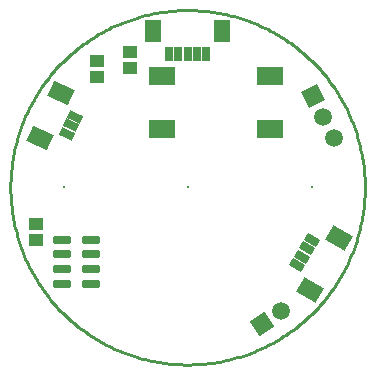
<source format=gts>
G04*
G04 #@! TF.GenerationSoftware,Altium Limited,Altium Designer,22.0.2 (36)*
G04*
G04 Layer_Color=8388736*
%FSLAX25Y25*%
%MOIN*%
G70*
G04*
G04 #@! TF.SameCoordinates,88A3576D-DDBD-4DCA-BD86-A28AD9FD0996*
G04*
G04*
G04 #@! TF.FilePolarity,Negative*
G04*
G01*
G75*
%ADD13C,0.01000*%
G04:AMPARAMS|DCode=14|XSize=59.58mil|YSize=28.87mil|CornerRadius=9.22mil|HoleSize=0mil|Usage=FLASHONLY|Rotation=0.000|XOffset=0mil|YOffset=0mil|HoleType=Round|Shape=RoundedRectangle|*
%AMROUNDEDRECTD14*
21,1,0.05958,0.01043,0,0,0.0*
21,1,0.04114,0.02887,0,0,0.0*
1,1,0.01843,0.02057,-0.00522*
1,1,0.01843,-0.02057,-0.00522*
1,1,0.01843,-0.02057,0.00522*
1,1,0.01843,0.02057,0.00522*
%
%ADD14ROUNDEDRECTD14*%
%ADD15R,0.04737X0.04343*%
G04:AMPARAMS|DCode=16|XSize=55.24mil|YSize=74.93mil|CornerRadius=0mil|HoleSize=0mil|Usage=FLASHONLY|Rotation=65.000|XOffset=0mil|YOffset=0mil|HoleType=Round|Shape=Rectangle|*
%AMROTATEDRECTD16*
4,1,4,0.02228,-0.04087,-0.04563,-0.00920,-0.02228,0.04087,0.04563,0.00920,0.02228,-0.04087,0.0*
%
%ADD16ROTATEDRECTD16*%

G04:AMPARAMS|DCode=17|XSize=27.69mil|YSize=47.37mil|CornerRadius=0mil|HoleSize=0mil|Usage=FLASHONLY|Rotation=245.000|XOffset=0mil|YOffset=0mil|HoleType=Round|Shape=Rectangle|*
%AMROTATEDRECTD17*
4,1,4,-0.01562,0.02256,0.02732,0.00254,0.01562,-0.02256,-0.02732,-0.00254,-0.01562,0.02256,0.0*
%
%ADD17ROTATEDRECTD17*%

G04:AMPARAMS|DCode=18|XSize=27.69mil|YSize=47.37mil|CornerRadius=0mil|HoleSize=0mil|Usage=FLASHONLY|Rotation=60.000|XOffset=0mil|YOffset=0mil|HoleType=Round|Shape=Rectangle|*
%AMROTATEDRECTD18*
4,1,4,0.01359,-0.02383,-0.02743,-0.00015,-0.01359,0.02383,0.02743,0.00015,0.01359,-0.02383,0.0*
%
%ADD18ROTATEDRECTD18*%

G04:AMPARAMS|DCode=19|XSize=55.24mil|YSize=74.93mil|CornerRadius=0mil|HoleSize=0mil|Usage=FLASHONLY|Rotation=60.000|XOffset=0mil|YOffset=0mil|HoleType=Round|Shape=Rectangle|*
%AMROTATEDRECTD19*
4,1,4,0.01863,-0.04265,-0.04626,-0.00519,-0.01863,0.04265,0.04626,0.00519,0.01863,-0.04265,0.0*
%
%ADD19ROTATEDRECTD19*%

%ADD20R,0.02769X0.04737*%
%ADD21R,0.05524X0.07493*%
%ADD22R,0.09068X0.06312*%
%ADD23R,0.04540X0.04147*%
%ADD24C,0.05918*%
%ADD25P,0.08369X4X78.0*%
%ADD26P,0.08369X4X342.0*%
%ADD27C,0.00800*%
D13*
X59055Y0D02*
X59047Y1000D01*
X59021Y2000D01*
X58979Y2999D01*
X58920Y3997D01*
X58843Y4995D01*
X58750Y5991D01*
X58641Y6985D01*
X58514Y7977D01*
X58371Y8967D01*
X58210Y9954D01*
X58033Y10938D01*
X57840Y11919D01*
X57630Y12897D01*
X57403Y13871D01*
X57160Y14841D01*
X56900Y15807D01*
X56624Y16769D01*
X56332Y17725D01*
X56024Y18677D01*
X55700Y19623D01*
X55359Y20563D01*
X55003Y21498D01*
X54631Y22426D01*
X54244Y23348D01*
X53841Y24263D01*
X53422Y25172D01*
X52988Y26073D01*
X52539Y26966D01*
X52075Y27852D01*
X51595Y28730D01*
X51101Y29600D01*
X50593Y30461D01*
X50070Y31313D01*
X49532Y32157D01*
X48981Y32991D01*
X48415Y33816D01*
X47835Y34631D01*
X47242Y35436D01*
X46635Y36231D01*
X46015Y37015D01*
X45381Y37789D01*
X44735Y38552D01*
X44076Y39305D01*
X43404Y40045D01*
X42719Y40775D01*
X42023Y41492D01*
X41314Y42198D01*
X40593Y42892D01*
X39861Y43573D01*
X39118Y44242D01*
X38363Y44898D01*
X37597Y45541D01*
X36820Y46171D01*
X36033Y46788D01*
X35236Y47392D01*
X34428Y47982D01*
X33610Y48558D01*
X32783Y49120D01*
X31947Y49668D01*
X31101Y50202D01*
X30246Y50721D01*
X29383Y51226D01*
X28511Y51717D01*
X27631Y52192D01*
X26744Y52653D01*
X25848Y53098D01*
X24945Y53528D01*
X24035Y53943D01*
X23118Y54342D01*
X22195Y54726D01*
X21264Y55094D01*
X20328Y55446D01*
X19387Y55782D01*
X18439Y56103D01*
X17486Y56407D01*
X16529Y56695D01*
X15566Y56967D01*
X14599Y57222D01*
X13628Y57461D01*
X12653Y57684D01*
X11674Y57890D01*
X10692Y58079D01*
X9707Y58252D01*
X8719Y58408D01*
X7729Y58547D01*
X6736Y58670D01*
X5742Y58775D01*
X4746Y58864D01*
X3748Y58936D01*
X2749Y58991D01*
X1750Y59029D01*
X750Y59050D01*
X-250Y59055D01*
X-1250Y59042D01*
X-2250Y59012D01*
X-3249Y58966D01*
X-4247Y58902D01*
X-5244Y58822D01*
X-6239Y58725D01*
X-7233Y58610D01*
X-8224Y58480D01*
X-9214Y58332D01*
X-10200Y58167D01*
X-11184Y57986D01*
X-12164Y57789D01*
X-13141Y57574D01*
X-14114Y57344D01*
X-15083Y57096D01*
X-16048Y56833D01*
X-17008Y56553D01*
X-17964Y56257D01*
X-18914Y55944D01*
X-19858Y55616D01*
X-20797Y55272D01*
X-21731Y54912D01*
X-22657Y54536D01*
X-23578Y54144D01*
X-24491Y53737D01*
X-25398Y53315D01*
X-26297Y52877D01*
X-27189Y52424D01*
X-28073Y51956D01*
X-28948Y51473D01*
X-29816Y50976D01*
X-30675Y50463D01*
X-31525Y49937D01*
X-32366Y49396D01*
X-33198Y48840D01*
X-34021Y48271D01*
X-34833Y47688D01*
X-35636Y47091D01*
X-36428Y46481D01*
X-37210Y45858D01*
X-37981Y45221D01*
X-38742Y44571D01*
X-39491Y43909D01*
X-40229Y43234D01*
X-40955Y42546D01*
X-41670Y41846D01*
X-42373Y41135D01*
X-43063Y40411D01*
X-43741Y39676D01*
X-44407Y38930D01*
X-45060Y38172D01*
X-45700Y37404D01*
X-46327Y36624D01*
X-46940Y35835D01*
X-47541Y35034D01*
X-48127Y34224D01*
X-48700Y33404D01*
X-49258Y32575D01*
X-49803Y31736D01*
X-50333Y30888D01*
X-50849Y30031D01*
X-51350Y29166D01*
X-51837Y28292D01*
X-52309Y27410D01*
X-52765Y26520D01*
X-53207Y25623D01*
X-53633Y24718D01*
X-54044Y23806D01*
X-54440Y22888D01*
X-54819Y21962D01*
X-55183Y21031D01*
X-55532Y20093D01*
X-55864Y19150D01*
X-56180Y18201D01*
X-56480Y17247D01*
X-56764Y16288D01*
X-57032Y15325D01*
X-57284Y14357D01*
X-57518Y13384D01*
X-57737Y12408D01*
X-57939Y11429D01*
X-58124Y10446D01*
X-58293Y9460D01*
X-58444Y8472D01*
X-58579Y7481D01*
X-58698Y6488D01*
X-58799Y5493D01*
X-58884Y4496D01*
X-58951Y3498D01*
X-59002Y2499D01*
X-59036Y1500D01*
X-59053Y500D01*
X-59053Y-500D01*
X-59036Y-1500D01*
X-59002Y-2500D01*
X-58951Y-3499D01*
X-58884Y-4497D01*
X-58799Y-5493D01*
X-58698Y-6488D01*
X-58579Y-7481D01*
X-58444Y-8472D01*
X-58292Y-9461D01*
X-58124Y-10447D01*
X-57938Y-11429D01*
X-57737Y-12409D01*
X-57518Y-13385D01*
X-57283Y-14357D01*
X-57032Y-15325D01*
X-56764Y-16289D01*
X-56480Y-17248D01*
X-56180Y-18202D01*
X-55864Y-19151D01*
X-55532Y-20094D01*
X-55183Y-21031D01*
X-54819Y-21963D01*
X-54439Y-22888D01*
X-54044Y-23807D01*
X-53633Y-24719D01*
X-53207Y-25623D01*
X-52765Y-26521D01*
X-52308Y-27411D01*
X-51837Y-28292D01*
X-51350Y-29166D01*
X-50849Y-30032D01*
X-50333Y-30889D01*
X-49803Y-31736D01*
X-49258Y-32575D01*
X-48699Y-33405D01*
X-48127Y-34225D01*
X-47540Y-35035D01*
X-46940Y-35835D01*
X-46326Y-36625D01*
X-45700Y-37404D01*
X-45059Y-38173D01*
X-44407Y-38930D01*
X-43741Y-39677D01*
X-43063Y-40412D01*
X-42372Y-41135D01*
X-41669Y-41847D01*
X-40955Y-42546D01*
X-40229Y-43234D01*
X-39491Y-43909D01*
X-38741Y-44572D01*
X-37981Y-45221D01*
X-37210Y-45858D01*
X-36428Y-46481D01*
X-35635Y-47092D01*
X-34833Y-47688D01*
X-34020Y-48272D01*
X-33198Y-48841D01*
X-32366Y-49396D01*
X-31525Y-49937D01*
X-30674Y-50464D01*
X-29816Y-50976D01*
X-28948Y-51473D01*
X-28072Y-51956D01*
X-27188Y-52424D01*
X-26296Y-52877D01*
X-25397Y-53315D01*
X-24491Y-53737D01*
X-23577Y-54145D01*
X-22657Y-54536D01*
X-21730Y-54912D01*
X-20797Y-55272D01*
X-19858Y-55616D01*
X-18913Y-55945D01*
X-17963Y-56257D01*
X-17008Y-56553D01*
X-16048Y-56833D01*
X-15083Y-57097D01*
X-14114Y-57344D01*
X-13141Y-57575D01*
X-12164Y-57789D01*
X-11183Y-57986D01*
X-10200Y-58168D01*
X-9213Y-58332D01*
X-8224Y-58480D01*
X-7232Y-58611D01*
X-6239Y-58725D01*
X-5244Y-58822D01*
X-4247Y-58902D01*
X-3249Y-58966D01*
X-2249Y-59012D01*
X-1250Y-59042D01*
X-250Y-59055D01*
X750Y-59050D01*
X1750Y-59029D01*
X2750Y-58991D01*
X3748Y-58936D01*
X4746Y-58864D01*
X5742Y-58775D01*
X6736Y-58670D01*
X7729Y-58547D01*
X8719Y-58408D01*
X9707Y-58252D01*
X10692Y-58079D01*
X11674Y-57890D01*
X12653Y-57684D01*
X13628Y-57461D01*
X14599Y-57222D01*
X15566Y-56967D01*
X16529Y-56695D01*
X17486Y-56407D01*
X18439Y-56103D01*
X19387Y-55782D01*
X20328Y-55446D01*
X21264Y-55094D01*
X22195Y-54726D01*
X23118Y-54342D01*
X24035Y-53943D01*
X24945Y-53528D01*
X25848Y-53098D01*
X26744Y-52653D01*
X27631Y-52192D01*
X28511Y-51717D01*
X29383Y-51227D01*
X30246Y-50722D01*
X31101Y-50202D01*
X31947Y-49668D01*
X32783Y-49120D01*
X33610Y-48558D01*
X34428Y-47982D01*
X35235Y-47392D01*
X36033Y-46788D01*
X36820Y-46171D01*
X37597Y-45541D01*
X38363Y-44898D01*
X39117Y-44242D01*
X39861Y-43573D01*
X40593Y-42892D01*
X41314Y-42198D01*
X42022Y-41493D01*
X42719Y-40775D01*
X43403Y-40046D01*
X44075Y-39305D01*
X44735Y-38553D01*
X45381Y-37790D01*
X46014Y-37016D01*
X46635Y-36231D01*
X47242Y-35436D01*
X47835Y-34631D01*
X48415Y-33816D01*
X48980Y-32991D01*
X49532Y-32157D01*
X50069Y-31314D01*
X50593Y-30461D01*
X51101Y-29600D01*
X51595Y-28731D01*
X52074Y-27853D01*
X52539Y-26967D01*
X52988Y-26073D01*
X53422Y-25172D01*
X53840Y-24264D01*
X54243Y-23349D01*
X54631Y-22427D01*
X55003Y-21498D01*
X55359Y-20564D01*
X55699Y-19623D01*
X56024Y-18677D01*
X56332Y-17726D01*
X56624Y-16769D01*
X56900Y-15808D01*
X57160Y-14842D01*
X57403Y-13872D01*
X57629Y-12898D01*
X57840Y-11920D01*
X58033Y-10939D01*
X58210Y-9955D01*
X58370Y-8967D01*
X58514Y-7978D01*
X58640Y-6986D01*
X58750Y-5991D01*
X58843Y-4996D01*
X58920Y-3999D01*
X58979Y-3000D01*
X59021Y-2001D01*
X59047Y-1001D01*
X59055Y-1D01*
Y0D01*
D14*
X-32283Y-22343D02*
D03*
Y-27264D02*
D03*
Y-32185D02*
D03*
X-41732D02*
D03*
Y-27264D02*
D03*
Y-22343D02*
D03*
X-32283Y-17421D02*
D03*
X-41732D02*
D03*
D15*
X-50394Y-17618D02*
D03*
Y-12303D02*
D03*
X-30315Y42028D02*
D03*
Y36713D02*
D03*
D16*
X-42196Y31505D02*
D03*
X-49185Y16519D02*
D03*
D17*
X-38733Y20767D02*
D03*
X-40064Y17913D02*
D03*
X-37402Y23622D02*
D03*
D18*
X36614Y-25785D02*
D03*
X38189Y-23057D02*
D03*
X41339Y-17602D02*
D03*
X39764Y-20329D02*
D03*
D19*
X50546Y-17008D02*
D03*
X40704Y-34056D02*
D03*
D20*
X6299Y44488D02*
D03*
X-3150Y44488D02*
D03*
X-6299Y44488D02*
D03*
X0Y44488D02*
D03*
X3150Y44488D02*
D03*
D21*
X11417Y52165D02*
D03*
X-11417Y52165D02*
D03*
D22*
X-8465Y37205D02*
D03*
X27362D02*
D03*
Y19488D02*
D03*
X-8465D02*
D03*
D23*
X-19291Y45079D02*
D03*
Y39961D02*
D03*
D24*
X31255Y-41163D02*
D03*
X45276Y23355D02*
D03*
X48850Y16339D02*
D03*
D25*
X24651Y-45451D02*
D03*
D26*
X41701Y30370D02*
D03*
D27*
X0Y0D02*
D03*
X41339D02*
D03*
X-41339D02*
D03*
M02*

</source>
